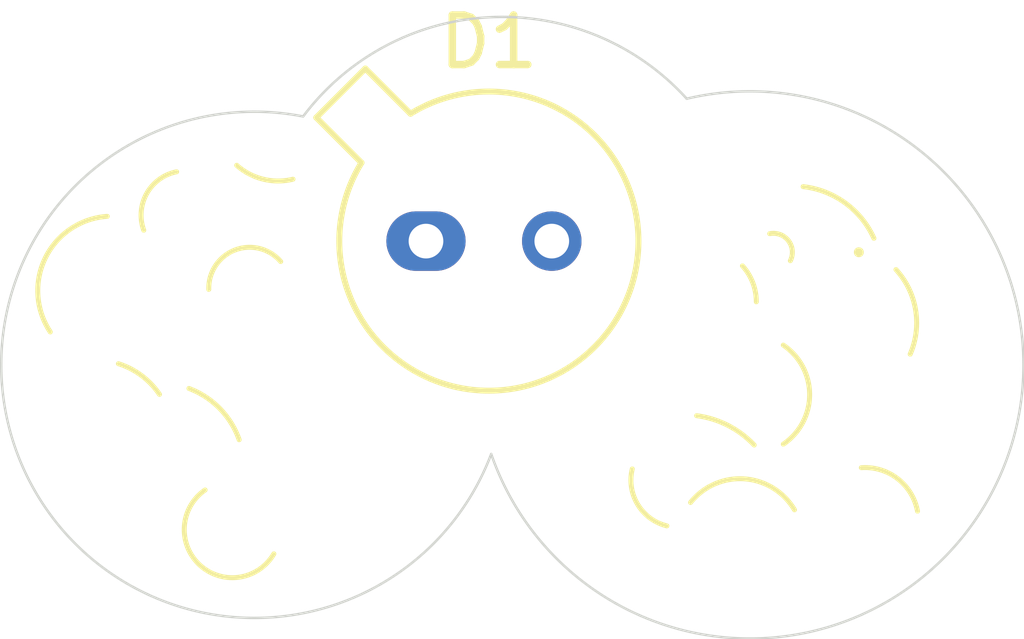
<source format=kicad_pcb>
(kicad_pcb (version 20240108) (generator "pcbnew") (generator_version "8.0")
  (layers (0 "F.Cu" signal) (31 "B.Cu" signal) (34 "B.Paste" user) (35 "F.Paste" user) (36 "B.SilkS" user "B.Silkscreen") (37 "F.SilkS" user "F.Silkscreen") (38 "B.Mask" user) (39 "F.Mask" user) (44 "Edge.Cuts" user))
  (net 0 "")
  (net 1 "Net-(D1-A)")
  (footprint "Package_TO_SOT_THT:TO-18-2_Window" (layer "F.Cu") (at 95.46 52.5)
    (property "Reference" "D1" (at 1.27 -4.02 0) (layer "F.SilkS"))
    (property "Value" "SFH480")
    (fp_line (start -2.214448 -2.494499) (end -1.302281 -1.582331) (stroke (width 0.12)) (layer "F.SilkS"))
    (fp_line (start -1.224499 -3.484448) (end -2.214448 -2.494499) (stroke (width 0.12)) (layer "F.SilkS"))
    (fp_line (start -0.312331 -2.572281) (end -1.224499 -3.484448) (stroke (width 0.12)) (layer "F.SilkS"))
    (fp_arc (start -0.312331 -2.572281) (mid 3.405374 2.135551) (end -1.30215 -1.582544) (stroke (width 0.12)) (layer "F.SilkS"))
    (pad "1" thru_hole oval (at 0 0) (size 1.6 1.2) (drill 0.7) (layers "*.Cu" "*.Mask") (net 1 "Net-(D1-A)"))
    (pad "2" thru_hole oval (at 2.54 0) (size 1.2 1.2) (drill 0.7) (layers "*.Cu" "*.Mask") (net 1 "Net-(D1-A)"))
  )
  (gr_arc (start 100.323952 58.249744) (mid 99.736547 57.819514) (end 99.625001 57.1) (stroke (width 0.1)) (layer "F.SilkS"))
  (gr_arc (start 89.761396 52.279947) (mid 89.822236 51.537584) (end 90.425 51.1) (stroke (width 0.1)) (layer "F.SilkS"))
  (gr_arc (start 104.25 57.075) (mid 104.98451 57.297769) (end 105.384434 57.952896) (stroke (width 0.1)) (layer "F.SilkS"))
  (gr_arc (start 101.85 53) (mid 102.057308 53.336469) (end 102.129641 53.725) (stroke (width 0.1)) (layer "F.SilkS"))
  (gr_arc (start 100.802289 57.776832) (mid 101.890023 57.300482) (end 102.9 57.925) (stroke (width 0.1)) (layer "F.SilkS"))
  (gr_arc (start 102.4 52.35) (mid 102.778917 52.49287) (end 102.817052 52.896026) (stroke (width 0.1)) (layer "F.SilkS"))
  (gr_arc (start 100.925 56.025001) (mid 101.556816 56.220688) (end 102.086252 56.61715) (stroke (width 0.1)) (layer "F.SilkS"))
  (gr_arc (start 90.675 55.475001) (mid 91.296579 55.880119) (end 91.687865 56.510497) (stroke (width 0.1)) (layer "F.SilkS"))
  (gr_arc (start 103.075 51.4) (mid 103.927889 51.732069) (end 104.504345 52.442975) (stroke (width 0.1)) (layer "F.SilkS"))
  (gr_arc (start 89.25 54.975001) (mid 89.716982 55.214725) (end 90.07912 55.594719) (stroke (width 0.1)) (layer "F.SilkS"))
  (gr_arc (start 104.949999 53.075001) (mid 105.345602 53.886459) (end 105.236528 54.782601) (stroke (width 0.1)) (layer "F.SilkS"))
  (gr_arc (start 87.874155 54.333897) (mid 87.776681 52.835144) (end 89.025 52.000001) (stroke (width 0.1)) (layer "F.SilkS"))
  (gr_arc (start 92.388577 58.81417) (mid 90.889463 59.03647) (end 91 57.525) (stroke (width 0.1)) (layer "F.SilkS"))
  (gr_arc (start 104.2 52.725) (mid 104.2 52.725) (end 104.2 52.725) (stroke (width 0.1)) (layer "F.SilkS"))
  (gr_arc (start 91.075001 53.475) (mid 91.601946 52.680317) (end 92.526674 52.912851) (stroke (width 0.1)) (layer "F.SilkS"))
  (gr_arc (start 92.775 51.249999) (mid 92.172112 51.249288) (end 91.638437 50.968814) (stroke (width 0.1)) (layer "F.SilkS"))
  (gr_arc (start 102.675 54.600001) (mid 103.206492 55.6) (end 102.675 56.599999) (stroke (width 0.1)) (layer "F.SilkS"))
  (gr_arc (start 96.777086 56.799281) (mid 87.531702 57.488045) (end 92.973299 49.982012) (stroke (width 0.05)) (layer "Edge.Cuts"))
  (gr_arc (start 92.978757 49.984068) (mid 96.76725 47.978838) (end 100.725 49.625) (stroke (width 0.05)) (layer "Edge.Cuts"))
  (gr_arc (start 100.725 49.625001) (mid 106.839762 57.663258) (end 96.777086 56.799281) (stroke (width 0.05)) (layer "Edge.Cuts"))
)
</source>
